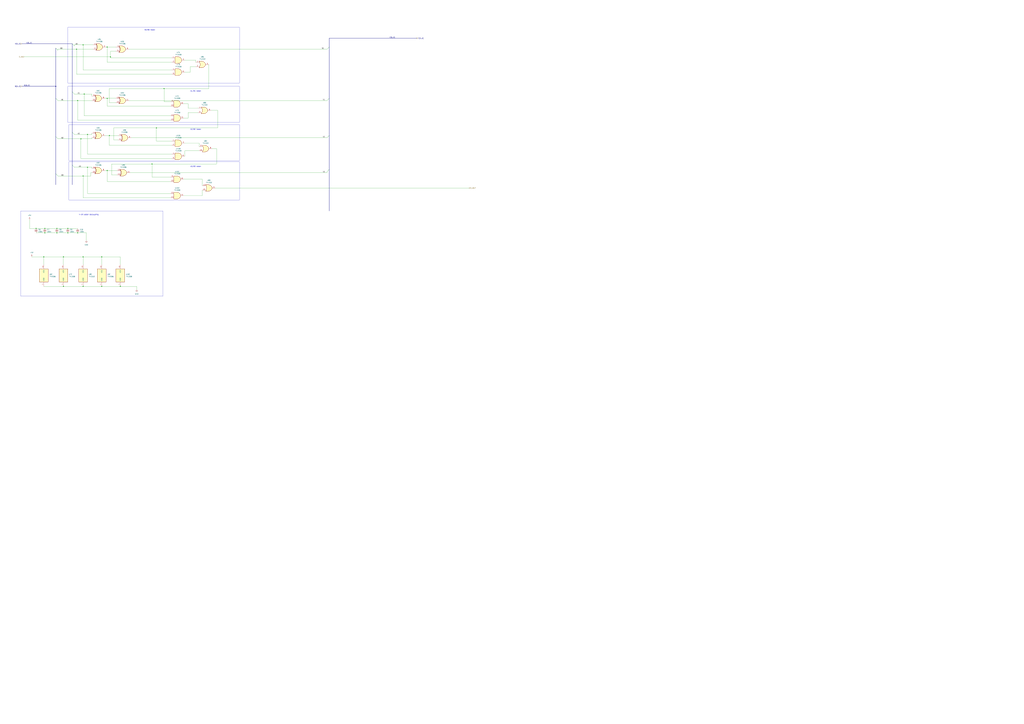
<source format=kicad_sch>
(kicad_sch (version 20230121) (generator eeschema)
  (paper "A0")
  (lib_symbols
    (symbol "74xx:74HC86" (pin_names (offset 1.016))
      (property "Reference" "U" (at 0 1.27 0))
      (property "Value" "74HC86" (at 0 -1.27 0))
      (symbol "74HC86_1_0"
        (arc (start -4.4196 -3.81) (mid -3.2033 0) (end -4.4196 3.81) (stroke (width 0.254)))
        (arc (start -3.81 -3.81) (mid -2.589 0) (end -3.81 3.81) (stroke (width 0.254)))
        (arc (start -0.6096 -3.81) (mid 2.1842 -2.5851) (end 3.81 0) (stroke (width 0.254)) (fill (type background)))
        (polyline (pts (xy -3.81 -3.81) (xy -0.635 -3.81)) (stroke (width 0.254)) (fill (type background)))
        (polyline (pts (xy -3.81 3.81) (xy -0.635 3.81)) (stroke (width 0.254)) (fill (type background)))
        (polyline (pts (xy -0.635 3.81) (xy -3.81 3.81) (xy -3.81 3.81) (xy -3.556 3.4036) (xy -3.0226 2.2606) (xy -2.6924 1.0414) (xy -2.6162 -0.254) (xy -2.7686 -1.4986) (xy -3.175 -2.7178) (xy -3.81 -3.81) (xy -3.81 -3.81) (xy -0.635 -3.81)) (stroke (width -25.4)) (fill (type background)))
        (arc (start 3.81 0) (mid 2.1915 2.5936) (end -0.6096 3.81) (stroke (width 0.254)) (fill (type background)))
        (pin input line (at -7.62 2.54 0) (length 4.445) (name "~") (number "1"))
        (pin input line (at -7.62 -2.54 0) (length 4.445) (name "~") (number "2"))
        (pin output line (at 7.62 0 180) (length 3.81) (name "~") (number "3"))
      )
      (symbol "74HC86_1_1"
        (polyline (pts (xy -3.81 -2.54) (xy -3.175 -2.54)) (stroke (width 0.1524)))
        (polyline (pts (xy -3.81 2.54) (xy -3.175 2.54)) (stroke (width 0.1524)))
      )
      (symbol "74HC86_2_0"
        (arc (start -4.4196 -3.81) (mid -3.2033 0) (end -4.4196 3.81) (stroke (width 0.254)))
        (arc (start -3.81 -3.81) (mid -2.589 0) (end -3.81 3.81) (stroke (width 0.254)))
        (arc (start -0.6096 -3.81) (mid 2.1842 -2.5851) (end 3.81 0) (stroke (width 0.254)) (fill (type background)))
        (polyline (pts (xy -3.81 -3.81) (xy -0.635 -3.81)) (stroke (width 0.254)) (fill (type background)))
        (polyline (pts (xy -3.81 3.81) (xy -0.635 3.81)) (stroke (width 0.254)) (fill (type background)))
        (polyline (pts (xy -0.635 3.81) (xy -3.81 3.81) (xy -3.81 3.81) (xy -3.556 3.4036) (xy -3.0226 2.2606) (xy -2.6924 1.0414) (xy -2.6162 -0.254) (xy -2.7686 -1.4986) (xy -3.175 -2.7178) (xy -3.81 -3.81) (xy -3.81 -3.81) (xy -0.635 -3.81)) (stroke (width -25.4)) (fill (type background)))
        (arc (start 3.81 0) (mid 2.1915 2.5936) (end -0.6096 3.81) (stroke (width 0.254)) (fill (type background)))
        (pin input line (at -7.62 2.54 0) (length 4.445) (name "~") (number "4"))
        (pin input line (at -7.62 -2.54 0) (length 4.445) (name "~") (number "5"))
        (pin output line (at 7.62 0 180) (length 3.81) (name "~") (number "6"))
      )
      (symbol "74HC86_2_1"
        (polyline (pts (xy -3.81 -2.54) (xy -3.175 -2.54)) (stroke (width 0.1524)))
        (polyline (pts (xy -3.81 2.54) (xy -3.175 2.54)) (stroke (width 0.1524)))
      )
      (symbol "74HC86_3_0"
        (arc (start -4.4196 -3.81) (mid -3.2033 0) (end -4.4196 3.81) (stroke (width 0.254)))
        (arc (start -3.81 -3.81) (mid -2.589 0) (end -3.81 3.81) (stroke (width 0.254)))
        (arc (start -0.6096 -3.81) (mid 2.1842 -2.5851) (end 3.81 0) (stroke (width 0.254)) (fill (type background)))
        (polyline (pts (xy -3.81 -3.81) (xy -0.635 -3.81)) (stroke (width 0.254)) (fill (type background)))
        (polyline (pts (xy -3.81 3.81) (xy -0.635 3.81)) (stroke (width 0.254)) (fill (type background)))
        (polyline (pts (xy -0.635 3.81) (xy -3.81 3.81) (xy -3.81 3.81) (xy -3.556 3.4036) (xy -3.0226 2.2606) (xy -2.6924 1.0414) (xy -2.6162 -0.254) (xy -2.7686 -1.4986) (xy -3.175 -2.7178) (xy -3.81 -3.81) (xy -3.81 -3.81) (xy -0.635 -3.81)) (stroke (width -25.4)) (fill (type background)))
        (arc (start 3.81 0) (mid 2.1915 2.5936) (end -0.6096 3.81) (stroke (width 0.254)) (fill (type background)))
        (pin input line (at -7.62 -2.54 0) (length 4.445) (name "~") (number "10"))
        (pin output line (at 7.62 0 180) (length 3.81) (name "~") (number "8"))
        (pin input line (at -7.62 2.54 0) (length 4.445) (name "~") (number "9"))
      )
      (symbol "74HC86_3_1"
        (polyline (pts (xy -3.81 -2.54) (xy -3.175 -2.54)) (stroke (width 0.1524)))
        (polyline (pts (xy -3.81 2.54) (xy -3.175 2.54)) (stroke (width 0.1524)))
      )
      (symbol "74HC86_4_0"
        (arc (start -4.4196 -3.81) (mid -3.2033 0) (end -4.4196 3.81) (stroke (width 0.254)))
        (arc (start -3.81 -3.81) (mid -2.589 0) (end -3.81 3.81) (stroke (width 0.254)))
        (arc (start -0.6096 -3.81) (mid 2.1842 -2.5851) (end 3.81 0) (stroke (width 0.254)) (fill (type background)))
        (polyline (pts (xy -3.81 -3.81) (xy -0.635 -3.81)) (stroke (width 0.254)) (fill (type background)))
        (polyline (pts (xy -3.81 3.81) (xy -0.635 3.81)) (stroke (width 0.254)) (fill (type background)))
        (polyline (pts (xy -0.635 3.81) (xy -3.81 3.81) (xy -3.81 3.81) (xy -3.556 3.4036) (xy -3.0226 2.2606) (xy -2.6924 1.0414) (xy -2.6162 -0.254) (xy -2.7686 -1.4986) (xy -3.175 -2.7178) (xy -3.81 -3.81) (xy -3.81 -3.81) (xy -0.635 -3.81)) (stroke (width -25.4)) (fill (type background)))
        (arc (start 3.81 0) (mid 2.1915 2.5936) (end -0.6096 3.81) (stroke (width 0.254)) (fill (type background)))
        (pin output line (at 7.62 0 180) (length 3.81) (name "~") (number "11"))
        (pin input line (at -7.62 2.54 0) (length 4.445) (name "~") (number "12"))
        (pin input line (at -7.62 -2.54 0) (length 4.445) (name "~") (number "13"))
      )
      (symbol "74HC86_4_1"
        (polyline (pts (xy -3.81 -2.54) (xy -3.175 -2.54)) (stroke (width 0.1524)))
        (polyline (pts (xy -3.81 2.54) (xy -3.175 2.54)) (stroke (width 0.1524)))
      )
      (symbol "74HC86_5_0"
        (pin power_in line (at 0 12.7 270) (length 5.08) (name "VCC") (number "14"))
        (pin power_in line (at 0 -12.7 90) (length 5.08) (name "GND") (number "7"))
      )
      (symbol "74HC86_5_1"
        (rectangle (start -5.08 7.62) (end 5.08 -7.62) (stroke (width 0.254)) (fill (type background)))
      )
    )
    (symbol "74xx:74LS08" (pin_names (offset 1.016))
      (property "Reference" "U" (at 0 1.27 0))
      (property "Value" "74LS08" (at 0 -1.27 0))
      (symbol "74LS08_1_1"
        (arc (start 0 -3.81) (mid 3.7934 0) (end 0 3.81) (stroke (width 0.254)) (fill (type background)))
        (polyline (pts (xy 0 3.81) (xy -3.81 3.81) (xy -3.81 -3.81) (xy 0 -3.81)) (stroke (width 0.254)) (fill (type background)))
        (pin input line (at -7.62 2.54 0) (length 3.81) (name "~") (number "1"))
        (pin input line (at -7.62 -2.54 0) (length 3.81) (name "~") (number "2"))
        (pin output line (at 7.62 0 180) (length 3.81) (name "~") (number "3"))
      )
      (symbol "74LS08_1_2"
        (arc (start -3.81 -3.81) (mid -2.589 0) (end -3.81 3.81) (stroke (width 0.254)))
        (arc (start -0.6096 -3.81) (mid 2.1842 -2.5851) (end 3.81 0) (stroke (width 0.254)) (fill (type background)))
        (polyline (pts (xy -3.81 -3.81) (xy -0.635 -3.81)) (stroke (width 0.254)) (fill (type background)))
        (polyline (pts (xy -3.81 3.81) (xy -0.635 3.81)) (stroke (width 0.254)) (fill (type background)))
        (polyline (pts (xy -0.635 3.81) (xy -3.81 3.81) (xy -3.81 3.81) (xy -3.556 3.4036) (xy -3.0226 2.2606) (xy -2.6924 1.0414) (xy -2.6162 -0.254) (xy -2.7686 -1.4986) (xy -3.175 -2.7178) (xy -3.81 -3.81) (xy -3.81 -3.81) (xy -0.635 -3.81)) (stroke (width -25.4)) (fill (type background)))
        (arc (start 3.81 0) (mid 2.1915 2.5936) (end -0.6096 3.81) (stroke (width 0.254)) (fill (type background)))
        (pin input inverted (at -7.62 2.54 0) (length 4.318) (name "~") (number "1"))
        (pin input inverted (at -7.62 -2.54 0) (length 4.318) (name "~") (number "2"))
        (pin output inverted (at 7.62 0 180) (length 3.81) (name "~") (number "3"))
      )
      (symbol "74LS08_2_1"
        (arc (start 0 -3.81) (mid 3.7934 0) (end 0 3.81) (stroke (width 0.254)) (fill (type background)))
        (polyline (pts (xy 0 3.81) (xy -3.81 3.81) (xy -3.81 -3.81) (xy 0 -3.81)) (stroke (width 0.254)) (fill (type background)))
        (pin input line (at -7.62 2.54 0) (length 3.81) (name "~") (number "4"))
        (pin input line (at -7.62 -2.54 0) (length 3.81) (name "~") (number "5"))
        (pin output line (at 7.62 0 180) (length 3.81) (name "~") (number "6"))
      )
      (symbol "74LS08_2_2"
        (arc (start -3.81 -3.81) (mid -2.589 0) (end -3.81 3.81) (stroke (width 0.254)))
        (arc (start -0.6096 -3.81) (mid 2.1842 -2.5851) (end 3.81 0) (stroke (width 0.254)) (fill (type background)))
        (polyline (pts (xy -3.81 -3.81) (xy -0.635 -3.81)) (stroke (width 0.254)) (fill (type background)))
        (polyline (pts (xy -3.81 3.81) (xy -0.635 3.81)) (stroke (width 0.254)) (fill (type background)))
        (polyline (pts (xy -0.635 3.81) (xy -3.81 3.81) (xy -3.81 3.81) (xy -3.556 3.4036) (xy -3.0226 2.2606) (xy -2.6924 1.0414) (xy -2.6162 -0.254) (xy -2.7686 -1.4986) (xy -3.175 -2.7178) (xy -3.81 -3.81) (xy -3.81 -3.81) (xy -0.635 -3.81)) (stroke (width -25.4)) (fill (type background)))
        (arc (start 3.81 0) (mid 2.1915 2.5936) (end -0.6096 3.81) (stroke (width 0.254)) (fill (type background)))
        (pin input inverted (at -7.62 2.54 0) (length 4.318) (name "~") (number "4"))
        (pin input inverted (at -7.62 -2.54 0) (length 4.318) (name "~") (number "5"))
        (pin output inverted (at 7.62 0 180) (length 3.81) (name "~") (number "6"))
      )
      (symbol "74LS08_3_1"
        (arc (start 0 -3.81) (mid 3.7934 0) (end 0 3.81) (stroke (width 0.254)) (fill (type background)))
        (polyline (pts (xy 0 3.81) (xy -3.81 3.81) (xy -3.81 -3.81) (xy 0 -3.81)) (stroke (width 0.254)) (fill (type background)))
        (pin input line (at -7.62 -2.54 0) (length 3.81) (name "~") (number "10"))
        (pin output line (at 7.62 0 180) (length 3.81) (name "~") (number "8"))
        (pin input line (at -7.62 2.54 0) (length 3.81) (name "~") (number "9"))
      )
      (symbol "74LS08_3_2"
        (arc (start -3.81 -3.81) (mid -2.589 0) (end -3.81 3.81) (stroke (width 0.254)))
        (arc (start -0.6096 -3.81) (mid 2.1842 -2.5851) (end 3.81 0) (stroke (width 0.254)) (fill (type background)))
        (polyline (pts (xy -3.81 -3.81) (xy -0.635 -3.81)) (stroke (width 0.254)) (fill (type background)))
        (polyline (pts (xy -3.81 3.81) (xy -0.635 3.81)) (stroke (width 0.254)) (fill (type background)))
        (polyline (pts (xy -0.635 3.81) (xy -3.81 3.81) (xy -3.81 3.81) (xy -3.556 3.4036) (xy -3.0226 2.2606) (xy -2.6924 1.0414) (xy -2.6162 -0.254) (xy -2.7686 -1.4986) (xy -3.175 -2.7178) (xy -3.81 -3.81) (xy -3.81 -3.81) (xy -0.635 -3.81)) (stroke (width -25.4)) (fill (type background)))
        (arc (start 3.81 0) (mid 2.1915 2.5936) (end -0.6096 3.81) (stroke (width 0.254)) (fill (type background)))
        (pin input inverted (at -7.62 -2.54 0) (length 4.318) (name "~") (number "10"))
        (pin output inverted (at 7.62 0 180) (length 3.81) (name "~") (number "8"))
        (pin input inverted (at -7.62 2.54 0) (length 4.318) (name "~") (number "9"))
      )
      (symbol "74LS08_4_1"
        (arc (start 0 -3.81) (mid 3.7934 0) (end 0 3.81) (stroke (width 0.254)) (fill (type background)))
        (polyline (pts (xy 0 3.81) (xy -3.81 3.81) (xy -3.81 -3.81) (xy 0 -3.81)) (stroke (width 0.254)) (fill (type background)))
        (pin output line (at 7.62 0 180) (length 3.81) (name "~") (number "11"))
        (pin input line (at -7.62 2.54 0) (length 3.81) (name "~") (number "12"))
        (pin input line (at -7.62 -2.54 0) (length 3.81) (name "~") (number "13"))
      )
      (symbol "74LS08_4_2"
        (arc (start -3.81 -3.81) (mid -2.589 0) (end -3.81 3.81) (stroke (width 0.254)))
        (arc (start -0.6096 -3.81) (mid 2.1842 -2.5851) (end 3.81 0) (stroke (width 0.254)) (fill (type background)))
        (polyline (pts (xy -3.81 -3.81) (xy -0.635 -3.81)) (stroke (width 0.254)) (fill (type background)))
        (polyline (pts (xy -3.81 3.81) (xy -0.635 3.81)) (stroke (width 0.254)) (fill (type background)))
        (polyline (pts (xy -0.635 3.81) (xy -3.81 3.81) (xy -3.81 3.81) (xy -3.556 3.4036) (xy -3.0226 2.2606) (xy -2.6924 1.0414) (xy -2.6162 -0.254) (xy -2.7686 -1.4986) (xy -3.175 -2.7178) (xy -3.81 -3.81) (xy -3.81 -3.81) (xy -0.635 -3.81)) (stroke (width -25.4)) (fill (type background)))
        (arc (start 3.81 0) (mid 2.1915 2.5936) (end -0.6096 3.81) (stroke (width 0.254)) (fill (type background)))
        (pin output inverted (at 7.62 0 180) (length 3.81) (name "~") (number "11"))
        (pin input inverted (at -7.62 2.54 0) (length 4.318) (name "~") (number "12"))
        (pin input inverted (at -7.62 -2.54 0) (length 4.318) (name "~") (number "13"))
      )
      (symbol "74LS08_5_0"
        (pin power_in line (at 0 12.7 270) (length 5.08) (name "VCC") (number "14"))
        (pin power_in line (at 0 -12.7 90) (length 5.08) (name "GND") (number "7"))
      )
      (symbol "74LS08_5_1"
        (rectangle (start -5.08 7.62) (end 5.08 -7.62) (stroke (width 0.254)) (fill (type background)))
      )
    )
    (symbol "74xx:74LS32" (pin_names (offset 1.016))
      (property "Reference" "U" (at 0 1.27 0))
      (property "Value" "74LS32" (at 0 -1.27 0))
      (symbol "74LS32_1_1"
        (arc (start -3.81 -3.81) (mid -2.589 0) (end -3.81 3.81) (stroke (width 0.254)))
        (arc (start -0.6096 -3.81) (mid 2.1842 -2.5851) (end 3.81 0) (stroke (width 0.254)) (fill (type background)))
        (polyline (pts (xy -3.81 -3.81) (xy -0.635 -3.81)) (stroke (width 0.254)) (fill (type background)))
        (polyline (pts (xy -3.81 3.81) (xy -0.635 3.81)) (stroke (width 0.254)) (fill (type background)))
        (polyline (pts (xy -0.635 3.81) (xy -3.81 3.81) (xy -3.81 3.81) (xy -3.556 3.4036) (xy -3.0226 2.2606) (xy -2.6924 1.0414) (xy -2.6162 -0.254) (xy -2.7686 -1.4986) (xy -3.175 -2.7178) (xy -3.81 -3.81) (xy -3.81 -3.81) (xy -0.635 -3.81)) (stroke (width -25.4)) (fill (type background)))
        (arc (start 3.81 0) (mid 2.1915 2.5936) (end -0.6096 3.81) (stroke (width 0.254)) (fill (type background)))
        (pin input line (at -7.62 2.54 0) (length 4.318) (name "~") (number "1"))
        (pin input line (at -7.62 -2.54 0) (length 4.318) (name "~") (number "2"))
        (pin output line (at 7.62 0 180) (length 3.81) (name "~") (number "3"))
      )
      (symbol "74LS32_1_2"
        (arc (start 0 -3.81) (mid 3.7934 0) (end 0 3.81) (stroke (width 0.254)) (fill (type background)))
        (polyline (pts (xy 0 3.81) (xy -3.81 3.81) (xy -3.81 -3.81) (xy 0 -3.81)) (stroke (width 0.254)) (fill (type background)))
        (pin input inverted (at -7.62 2.54 0) (length 3.81) (name "~") (number "1"))
        (pin input inverted (at -7.62 -2.54 0) (length 3.81) (name "~") (number "2"))
        (pin output inverted (at 7.62 0 180) (length 3.81) (name "~") (number "3"))
      )
      (symbol "74LS32_2_1"
        (arc (start -3.81 -3.81) (mid -2.589 0) (end -3.81 3.81) (stroke (width 0.254)))
        (arc (start -0.6096 -3.81) (mid 2.1842 -2.5851) (end 3.81 0) (stroke (width 0.254)) (fill (type background)))
        (polyline (pts (xy -3.81 -3.81) (xy -0.635 -3.81)) (stroke (width 0.254)) (fill (type background)))
        (polyline (pts (xy -3.81 3.81) (xy -0.635 3.81)) (stroke (width 0.254)) (fill (type background)))
        (polyline (pts (xy -0.635 3.81) (xy -3.81 3.81) (xy -3.81 3.81) (xy -3.556 3.4036) (xy -3.0226 2.2606) (xy -2.6924 1.0414) (xy -2.6162 -0.254) (xy -2.7686 -1.4986) (xy -3.175 -2.7178) (xy -3.81 -3.81) (xy -3.81 -3.81) (xy -0.635 -3.81)) (stroke (width -25.4)) (fill (type background)))
        (arc (start 3.81 0) (mid 2.1915 2.5936) (end -0.6096 3.81) (stroke (width 0.254)) (fill (type background)))
        (pin input line (at -7.62 2.54 0) (length 4.318) (name "~") (number "4"))
        (pin input line (at -7.62 -2.54 0) (length 4.318) (name "~") (number "5"))
        (pin output line (at 7.62 0 180) (length 3.81) (name "~") (number "6"))
      )
      (symbol "74LS32_2_2"
        (arc (start 0 -3.81) (mid 3.7934 0) (end 0 3.81) (stroke (width 0.254)) (fill (type background)))
        (polyline (pts (xy 0 3.81) (xy -3.81 3.81) (xy -3.81 -3.81) (xy 0 -3.81)) (stroke (width 0.254)) (fill (type background)))
        (pin input inverted (at -7.62 2.54 0) (length 3.81) (name "~") (number "4"))
        (pin input inverted (at -7.62 -2.54 0) (length 3.81) (name "~") (number "5"))
        (pin output inverted (at 7.62 0 180) (length 3.81) (name "~") (number "6"))
      )
      (symbol "74LS32_3_1"
        (arc (start -3.81 -3.81) (mid -2.589 0) (end -3.81 3.81) (stroke (width 0.254)))
        (arc (start -0.6096 -3.81) (mid 2.1842 -2.5851) (end 3.81 0) (stroke (width 0.254)) (fill (type background)))
        (polyline (pts (xy -3.81 -3.81) (xy -0.635 -3.81)) (stroke (width 0.254)) (fill (type background)))
        (polyline (pts (xy -3.81 3.81) (xy -0.635 3.81)) (stroke (width 0.254)) (fill (type background)))
        (polyline (pts (xy -0.635 3.81) (xy -3.81 3.81) (xy -3.81 3.81) (xy -3.556 3.4036) (xy -3.0226 2.2606) (xy -2.6924 1.0414) (xy -2.6162 -0.254) (xy -2.7686 -1.4986) (xy -3.175 -2.7178) (xy -3.81 -3.81) (xy -3.81 -3.81) (xy -0.635 -3.81)) (stroke (width -25.4)) (fill (type background)))
        (arc (start 3.81 0) (mid 2.1915 2.5936) (end -0.6096 3.81) (stroke (width 0.254)) (fill (type background)))
        (pin input line (at -7.62 -2.54 0) (length 4.318) (name "~") (number "10"))
        (pin output line (at 7.62 0 180) (length 3.81) (name "~") (number "8"))
        (pin input line (at -7.62 2.54 0) (length 4.318) (name "~") (number "9"))
      )
      (symbol "74LS32_3_2"
        (arc (start 0 -3.81) (mid 3.7934 0) (end 0 3.81) (stroke (width 0.254)) (fill (type background)))
        (polyline (pts (xy 0 3.81) (xy -3.81 3.81) (xy -3.81 -3.81) (xy 0 -3.81)) (stroke (width 0.254)) (fill (type background)))
        (pin input inverted (at -7.62 -2.54 0) (length 3.81) (name "~") (number "10"))
        (pin output inverted (at 7.62 0 180) (length 3.81) (name "~") (number "8"))
        (pin input inverted (at -7.62 2.54 0) (length 3.81) (name "~") (number "9"))
      )
      (symbol "74LS32_4_1"
        (arc (start -3.81 -3.81) (mid -2.589 0) (end -3.81 3.81) (stroke (width 0.254)))
        (arc (start -0.6096 -3.81) (mid 2.1842 -2.5851) (end 3.81 0) (stroke (width 0.254)) (fill (type background)))
        (polyline (pts (xy -3.81 -3.81) (xy -0.635 -3.81)) (stroke (width 0.254)) (fill (type background)))
        (polyline (pts (xy -3.81 3.81) (xy -0.635 3.81)) (stroke (width 0.254)) (fill (type background)))
        (polyline (pts (xy -0.635 3.81) (xy -3.81 3.81) (xy -3.81 3.81) (xy -3.556 3.4036) (xy -3.0226 2.2606) (xy -2.6924 1.0414) (xy -2.6162 -0.254) (xy -2.7686 -1.4986) (xy -3.175 -2.7178) (xy -3.81 -3.81) (xy -3.81 -3.81) (xy -0.635 -3.81)) (stroke (width -25.4)) (fill (type background)))
        (arc (start 3.81 0) (mid 2.1915 2.5936) (end -0.6096 3.81) (stroke (width 0.254)) (fill (type background)))
        (pin output line (at 7.62 0 180) (length 3.81) (name "~") (number "11"))
        (pin input line (at -7.62 2.54 0) (length 4.318) (name "~") (number "12"))
        (pin input line (at -7.62 -2.54 0) (length 4.318) (name "~") (number "13"))
      )
      (symbol "74LS32_4_2"
        (arc (start 0 -3.81) (mid 3.7934 0) (end 0 3.81) (stroke (width 0.254)) (fill (type background)))
        (polyline (pts (xy 0 3.81) (xy -3.81 3.81) (xy -3.81 -3.81) (xy 0 -3.81)) (stroke (width 0.254)) (fill (type background)))
        (pin output inverted (at 7.62 0 180) (length 3.81) (name "~") (number "11"))
        (pin input inverted (at -7.62 2.54 0) (length 3.81) (name "~") (number "12"))
        (pin input inverted (at -7.62 -2.54 0) (length 3.81) (name "~") (number "13"))
      )
      (symbol "74LS32_5_0"
        (pin power_in line (at 0 12.7 270) (length 5.08) (name "VCC") (number "14"))
        (pin power_in line (at 0 -12.7 90) (length 5.08) (name "GND") (number "7"))
      )
      (symbol "74LS32_5_1"
        (rectangle (start -5.08 7.62) (end 5.08 -7.62) (stroke (width 0.254)) (fill (type background)))
      )
    )
    (symbol "Device:C_Small" (pin_numbers hide) (pin_names (offset 0.254) hide)
      (property "Reference" "C" (at 0.254 1.778 0))
      (property "Value" "C_Small" (at 0.254 -2.032 0))
      (symbol "C_Small_0_1"
        (polyline (pts (xy -1.524 -0.508) (xy 1.524 -0.508)) (stroke (width 0.3302)))
        (polyline (pts (xy -1.524 0.508) (xy 1.524 0.508)) (stroke (width 0.3048)))
      )
      (symbol "C_Small_1_1"
        (pin passive line (at 0 2.54 270) (length 2.032) (name "~") (number "1"))
        (pin passive line (at 0 -2.54 90) (length 2.032) (name "~") (number "2"))
      )
    )
    (symbol "power:+5V" (power) (pin_names (offset 0))
      (property "Value" "+5V" (at 0 3.556 0))
      (symbol "+5V_0_1"
        (polyline (pts (xy -0.762 1.27) (xy 0 2.54)))
        (polyline (pts (xy 0 0) (xy 0 2.54)))
        (polyline (pts (xy 0 2.54) (xy 0.762 1.27)))
      )
      (symbol "+5V_1_1"
        (pin power_in line (at 0 0 90) (length 0) hide (name "+5V") (number "1"))
      )
    )
    (symbol "power:GND" (power) (pin_names (offset 0))
      (property "Value" "GND" (at 0 -3.81 0))
      (symbol "GND_0_1"
        (polyline (pts (xy 0 0) (xy 0 -1.27) (xy 1.27 -1.27) (xy 0 -2.54) (xy -1.27 -1.27) (xy 0 -1.27)))
      )
      (symbol "GND_1_1"
        (pin power_in line (at 0 0 270) (length 0) hide (name "GND") (number "1"))
      )
    )
  )
  (junction (at 176.53 190.5))
  (junction (at 101.6 156.21))
  (junction (at 127 157.48))
  (junction (at 139.7 332.74))
  (junction (at 190.5 102.87))
  (junction (at 73.66 332.74))
  (junction (at 101.6 194.31))
  (junction (at 52.07 265.43))
  (junction (at 118.11 298.45))
  (junction (at 64.77 100.33))
  (junction (at 118.11 332.74))
  (junction (at 78.74 265.43))
  (junction (at 78.74 270.51))
  (junction (at 93.98 161.29))
  (junction (at 66.04 270.51))
  (junction (at 96.52 204.47))
  (junction (at 96.52 52.07))
  (junction (at 66.04 265.43))
  (junction (at 73.66 298.45))
  (junction (at 88.9 57.15))
  (junction (at 181.61 148.59))
  (junction (at 41.91 265.43))
  (junction (at 124.46 198.12))
  (junction (at 52.07 270.51))
  (junction (at 97.79 109.22))
  (junction (at 90.17 270.51))
  (junction (at 96.52 298.45))
  (junction (at 128.27 66.04))
  (junction (at 124.46 54.61))
  (junction (at 50.8 298.45))
  (junction (at 124.46 114.3))
  (junction (at 90.17 116.84))
  (junction (at 96.52 332.74))
  (bus_entry (at 83.82 153.67) (size 2.54 2.54))
  (bus_entry (at 379.73 199.39) (size 2.54 -2.54))
  (bus_entry (at 64.77 158.75) (size 2.54 2.54))
  (bus_entry (at 83.82 50.8) (size 2.54 2.54))
  (bus_entry (at 83.82 106.68) (size 2.54 2.54))
  (bus_entry (at 64.77 201.93) (size 2.54 2.54))
  (bus_entry (at 64.77 114.3) (size 2.54 2.54))
  (bus_entry (at 64.77 55.88) (size 2.54 2.54))
  (bus_entry (at 379.73 57.15) (size 2.54 -2.54))
  (bus_entry (at 379.73 160.02) (size 2.54 -2.54))
  (bus_entry (at 379.73 116.84) (size 2.54 -2.54))
  (bus_entry (at 83.82 191.77) (size 2.54 2.54))
  (wire (pts (xy 36.83 298.45) (xy 50.8 298.45)))
  (wire (pts (xy 231.14 170.18) (xy 231.14 166.37)))
  (wire (pts (xy 100.33 270.51) (xy 100.33 279.4)))
  (wire (pts (xy 90.17 270.51) (xy 100.33 270.51)))
  (wire (pts (xy 176.53 205.74) (xy 176.53 190.5)))
  (bus (pts (xy 64.77 55.88) (xy 64.77 100.33)))
  (wire (pts (xy 107.95 57.15) (xy 88.9 57.15)))
  (wire (pts (xy 86.36 156.21) (xy 101.6 156.21)))
  (wire (pts (xy 101.6 194.31) (xy 106.68 194.31)))
  (wire (pts (xy 149.86 116.84) (xy 379.73 116.84)))
  (bus (pts (xy 83.82 106.68) (xy 83.82 153.67)))
  (wire (pts (xy 88.9 57.15) (xy 67.31 57.15)))
  (wire (pts (xy 118.11 332.74) (xy 139.7 332.74)))
  (wire (pts (xy 129.54 203.2) (xy 135.89 203.2)))
  (wire (pts (xy 218.44 120.65) (xy 218.44 125.73)))
  (wire (pts (xy 124.46 54.61) (xy 134.62 54.61)))
  (bus (pts (xy 64.77 100.33) (xy 64.77 114.3)))
  (wire (pts (xy 97.79 109.22) (xy 106.68 109.22)))
  (wire (pts (xy 123.19 54.61) (xy 124.46 54.61)))
  (wire (pts (xy 96.52 298.45) (xy 96.52 307.34)))
  (wire (pts (xy 139.7 332.74) (xy 158.75 332.74)))
  (wire (pts (xy 199.39 81.28) (xy 96.52 81.28)))
  (bus (pts (xy 25.4 100.33) (xy 64.77 100.33)))
  (bus (pts (xy 483.87 44.45) (xy 382.27 44.45)))
  (bus (pts (xy 83.82 50.8) (xy 83.82 106.68)))
  (wire (pts (xy 198.12 210.82) (xy 124.46 210.82)))
  (wire (pts (xy 214.63 181.61) (xy 214.63 175.26)))
  (wire (pts (xy 93.98 161.29) (xy 93.98 184.15)))
  (wire (pts (xy 231.14 166.37) (xy 214.63 166.37)))
  (bus (pts (xy 64.77 201.93) (xy 64.77 214.63)))
  (wire (pts (xy 242.57 74.93) (xy 242.57 102.87)))
  (wire (pts (xy 190.5 102.87) (xy 190.5 118.11)))
  (wire (pts (xy 213.36 208.28) (xy 234.95 208.28)))
  (wire (pts (xy 218.44 137.16) (xy 218.44 130.81)))
  (wire (pts (xy 218.44 130.81) (xy 229.87 130.81)))
  (wire (pts (xy 124.46 123.19) (xy 124.46 114.3)))
  (wire (pts (xy 97.79 134.62) (xy 97.79 109.22)))
  (wire (pts (xy 251.46 172.72) (xy 251.46 190.5)))
  (bus (pts (xy 64.77 158.75) (xy 64.77 201.93)))
  (wire (pts (xy 105.41 200.66) (xy 106.68 200.66)))
  (wire (pts (xy 213.36 227.33) (xy 234.95 227.33)))
  (wire (pts (xy 121.92 114.3) (xy 124.46 114.3)))
  (wire (pts (xy 132.08 148.59) (xy 132.08 162.56)))
  (wire (pts (xy 234.95 227.33) (xy 234.95 220.98)))
  (wire (pts (xy 152.4 160.02) (xy 379.73 160.02)))
  (wire (pts (xy 50.8 298.45) (xy 73.66 298.45)))
  (wire (pts (xy 199.39 67.31) (xy 128.27 67.31)))
  (wire (pts (xy 213.36 137.16) (xy 218.44 137.16)))
  (bus (pts (xy 382.27 114.3) (xy 382.27 157.48)))
  (wire (pts (xy 90.17 116.84) (xy 106.68 116.84)))
  (wire (pts (xy 101.6 179.07) (xy 101.6 156.21)))
  (wire (pts (xy 107.95 52.07) (xy 96.52 52.07)))
  (wire (pts (xy 379.73 200.66) (xy 379.73 199.39)))
  (wire (pts (xy 181.61 148.59) (xy 132.08 148.59)))
  (wire (pts (xy 101.6 156.21) (xy 106.68 156.21)))
  (wire (pts (xy 199.39 179.07) (xy 101.6 179.07)))
  (wire (pts (xy 128.27 67.31) (xy 128.27 66.04)))
  (wire (pts (xy 127 168.91) (xy 127 157.48)))
  (wire (pts (xy 41.91 270.51) (xy 52.07 270.51)))
  (wire (pts (xy 96.52 81.28) (xy 96.52 52.07)))
  (wire (pts (xy 67.31 161.29) (xy 93.98 161.29)))
  (wire (pts (xy 124.46 72.39) (xy 124.46 54.61)))
  (wire (pts (xy 139.7 332.74) (xy 139.7 331.47)))
  (wire (pts (xy 96.52 204.47) (xy 105.41 204.47)))
  (wire (pts (xy 227.33 69.85) (xy 227.33 72.39)))
  (wire (pts (xy 50.8 332.74) (xy 73.66 332.74)))
  (wire (pts (xy 139.7 298.45) (xy 139.7 307.34)))
  (wire (pts (xy 220.98 83.82) (xy 220.98 77.47)))
  (wire (pts (xy 214.63 83.82) (xy 220.98 83.82)))
  (wire (pts (xy 234.95 208.28) (xy 234.95 215.9)))
  (wire (pts (xy 96.52 204.47) (xy 96.52 229.87)))
  (wire (pts (xy 198.12 139.7) (xy 90.17 139.7)))
  (wire (pts (xy 220.98 77.47) (xy 227.33 77.47)))
  (wire (pts (xy 67.31 116.84) (xy 90.17 116.84)))
  (bus (pts (xy 64.77 114.3) (xy 64.77 158.75)))
  (wire (pts (xy 199.39 184.15) (xy 93.98 184.15)))
  (wire (pts (xy 106.68 161.29) (xy 106.68 160.02)))
  (bus (pts (xy 382.27 157.48) (xy 382.27 196.85)))
  (wire (pts (xy 198.12 134.62) (xy 97.79 134.62)))
  (wire (pts (xy 252.73 148.59) (xy 181.61 148.59)))
  (wire (pts (xy 118.11 298.45) (xy 139.7 298.45)))
  (wire (pts (xy 52.07 265.43) (xy 66.04 265.43)))
  (wire (pts (xy 27.94 66.04) (xy 128.27 66.04)))
  (wire (pts (xy 34.29 255.27) (xy 34.29 265.43)))
  (wire (pts (xy 78.74 265.43) (xy 90.17 265.43)))
  (wire (pts (xy 86.36 52.07) (xy 86.36 53.34)))
  (wire (pts (xy 218.44 125.73) (xy 229.87 125.73)))
  (wire (pts (xy 245.11 128.27) (xy 252.73 128.27)))
  (wire (pts (xy 198.12 118.11) (xy 190.5 118.11)))
  (wire (pts (xy 198.12 224.79) (xy 101.6 224.79)))
  (wire (pts (xy 129.54 190.5) (xy 129.54 203.2)))
  (wire (pts (xy 105.41 204.47) (xy 105.41 200.66)))
  (wire (pts (xy 73.66 298.45) (xy 73.66 307.34)))
  (wire (pts (xy 52.07 270.51) (xy 66.04 270.51)))
  (wire (pts (xy 198.12 123.19) (xy 124.46 123.19)))
  (wire (pts (xy 242.57 102.87) (xy 190.5 102.87)))
  (wire (pts (xy 50.8 298.45) (xy 50.8 307.34)))
  (wire (pts (xy 86.36 194.31) (xy 101.6 194.31)))
  (wire (pts (xy 124.46 198.12) (xy 135.89 198.12)))
  (wire (pts (xy 213.36 120.65) (xy 218.44 120.65)))
  (wire (pts (xy 121.92 157.48) (xy 127 157.48)))
  (wire (pts (xy 176.53 190.5) (xy 129.54 190.5)))
  (wire (pts (xy 199.39 168.91) (xy 127 168.91)))
  (wire (pts (xy 149.86 57.15) (xy 379.73 57.15)))
  (wire (pts (xy 101.6 224.79) (xy 101.6 194.31)))
  (wire (pts (xy 86.36 109.22) (xy 97.79 109.22)))
  (bus (pts (xy 382.27 44.45) (xy 382.27 54.61)))
  (wire (pts (xy 127 102.87) (xy 127 119.38)))
  (wire (pts (xy 118.11 298.45) (xy 118.11 307.34)))
  (wire (pts (xy 96.52 298.45) (xy 118.11 298.45)))
  (wire (pts (xy 96.52 52.07) (xy 86.36 52.07)))
  (wire (pts (xy 128.27 66.04) (xy 128.27 59.69)))
  (wire (pts (xy 73.66 332.74) (xy 96.52 332.74)))
  (wire (pts (xy 199.39 86.36) (xy 88.9 86.36)))
  (wire (pts (xy 106.68 109.22) (xy 106.68 111.76)))
  (bus (pts (xy 83.82 191.77) (xy 83.82 214.63)))
  (wire (pts (xy 67.31 57.15) (xy 67.31 58.42)))
  (wire (pts (xy 158.75 332.74) (xy 158.75 336.55)))
  (wire (pts (xy 78.74 270.51) (xy 90.17 270.51)))
  (wire (pts (xy 96.52 332.74) (xy 118.11 332.74)))
  (wire (pts (xy 214.63 69.85) (xy 227.33 69.85)))
  (wire (pts (xy 151.13 200.66) (xy 379.73 200.66)))
  (wire (pts (xy 181.61 163.83) (xy 199.39 163.83)))
  (wire (pts (xy 214.63 175.26) (xy 231.14 175.26)))
  (bus (pts (xy 83.82 153.67) (xy 83.82 191.77)))
  (wire (pts (xy 90.17 139.7) (xy 90.17 116.84)))
  (wire (pts (xy 73.66 298.45) (xy 96.52 298.45)))
  (wire (pts (xy 246.38 172.72) (xy 251.46 172.72)))
  (wire (pts (xy 121.92 198.12) (xy 124.46 198.12)))
  (wire (pts (xy 128.27 59.69) (xy 134.62 59.69)))
  (wire (pts (xy 93.98 161.29) (xy 106.68 161.29)))
  (wire (pts (xy 106.68 156.21) (xy 106.68 154.94)))
  (wire (pts (xy 34.29 265.43) (xy 41.91 265.43)))
  (wire (pts (xy 190.5 102.87) (xy 127 102.87)))
  (wire (pts (xy 124.46 210.82) (xy 124.46 198.12)))
  (bus (pts (xy 382.27 54.61) (xy 382.27 114.3)))
  (wire (pts (xy 250.19 218.44) (xy 544.83 218.44)))
  (wire (pts (xy 124.46 114.3) (xy 134.62 114.3)))
  (wire (pts (xy 127 157.48) (xy 137.16 157.48)))
  (wire (pts (xy 67.31 204.47) (xy 96.52 204.47)))
  (wire (pts (xy 41.91 265.43) (xy 52.07 265.43)))
  (wire (pts (xy 96.52 229.87) (xy 198.12 229.87)))
  (wire (pts (xy 88.9 86.36) (xy 88.9 57.15)))
  (wire (pts (xy 66.04 270.51) (xy 78.74 270.51)))
  (wire (pts (xy 106.68 194.31) (xy 106.68 195.58)))
  (wire (pts (xy 132.08 162.56) (xy 137.16 162.56)))
  (wire (pts (xy 181.61 148.59) (xy 181.61 163.83)))
  (wire (pts (xy 252.73 128.27) (xy 252.73 148.59)))
  (wire (pts (xy 198.12 205.74) (xy 176.53 205.74)))
  (wire (pts (xy 127 119.38) (xy 134.62 119.38)))
  (wire (pts (xy 251.46 190.5) (xy 176.53 190.5)))
  (bus (pts (xy 382.27 196.85) (xy 382.27 245.11)))
  (wire (pts (xy 199.39 72.39) (xy 124.46 72.39)))
  (wire (pts (xy 66.04 265.43) (xy 78.74 265.43)))
  (bus (pts (xy 25.4 50.8) (xy 83.82 50.8)))
  (rectangle (start 24.13 245.11) (end 189.23 344.17))
  (rectangle (start 80.01 187.96) (end 278.13 232.41))
  (rectangle (start 78.74 100.33) (end 278.13 142.24))
  (rectangle (start 78.74 31.75) (end 278.13 96.52))
  (rectangle (start 80.01 144.78) (end 278.13 186.69))
  (text "A2/B2 Adder" (at 220.98 151.13 0) (effects (font (size 1.27 1.27)) (justify left bottom)))
  (text "A1/B1 Adder" (at 220.98 106.68 0) (effects (font (size 1.27 1.27)) (justify left bottom)))
  (text "4-bit adder decoupling" (at 91.44 250.19 0) (effects (font (size 1.27 1.27)) (justify left bottom)))
  (text "A0/B0 Adder" (at 167.64 35.56 0) (effects (font (size 1.27 1.27)) (justify left bottom)))
  (text "A3/B3 Adder" (at 220.98 194.31 0) (effects (font (size 1.27 1.27)) (justify left bottom)))
  (label "Y0" (at 373.38 57.15 0))
  (label "B3" (at 71.12 204.47 0))
  (label "A2" (at 90.17 156.21 0))
  (label "Y3" (at 374.65 200.66 0))
  (label "A3" (at 91.44 194.31 0))
  (label "A0" (at 87.63 52.07 0))
  (label "B2" (at 71.12 161.29 0))
  (label "Y[0..3]" (at 452.12 44.45 0))
  (label "B[0..3]" (at 27.94 100.33 0))
  (label "Y1" (at 374.65 116.84 0))
  (label "Y2" (at 374.65 160.02 0))
  (label "B1" (at 71.12 116.84 0))
  (label "A[0..3]" (at 30.48 50.8 0))
  (label "A1" (at 90.17 109.22 0))
  (label "B0" (at 69.85 57.15 0))
  (hierarchical_label "A[0..3]" (shape input) (at 25.4 50.8 180))
  (hierarchical_label "Y[0..3]" (shape output) (at 483.87 44.45 0))
  (hierarchical_label "C_IN" (shape input) (at 27.94 66.04 180))
  (hierarchical_label "C_OUT" (shape output) (at 544.83 218.44 0))
  (hierarchical_label "B[0..3]" (shape input) (at 25.4 100.33 180))
  (symbol (lib_id "74xx:74LS08") (at 207.01 166.37 0) (unit 1)
    (property "Reference" "U10" (at 207.0017 157.48 0))
    (property "Value" "74LS08" (at 207.0017 160.02 0))
    (property "Footprint" "Package_SO:TSSOP-14_4.4x5mm_P0.65mm" (effects hide))
    (property "Datasheet" "http://www.ti.com/lit/gpn/sn74LS08" (effects hide))
    (instances (project "alu" (path "" (reference "U10") (unit 1)) (path "" (reference "U5") (unit 1))))
  )
  (symbol (lib_id "Device:C_Small") (at 52.07 267.97 0) (unit 1)
    (property "Reference" "C7" (at 54.61 266.7063 0) (effects (justify left)))
    (property "Value" "100n" (at 54.61 269.2463 0) (effects (justify left)))
    (property "Footprint" "Capacitor_SMD:C_0402_1005Metric" (effects hide))
    (instances (project "alu" (path "" (reference "C7") (unit 1)) (path "" (reference "C2") (unit 1))))
  )
  (symbol (lib_id "Device:C_Small") (at 78.74 267.97 0) (unit 1)
    (property "Reference" "C9" (at 81.28 266.7063 0) (effects (justify left)))
    (property "Value" "100n" (at 81.28 269.2463 0) (effects (justify left)))
    (property "Footprint" "Capacitor_SMD:C_0402_1005Metric" (effects hide))
    (instances (project "alu" (path "" (reference "C9") (unit 1)) (path "" (reference "C4") (unit 1))))
  )
  (symbol (lib_id "74xx:74HC86") (at 142.24 116.84 0) (unit 4)
    (property "Reference" "U6" (at 141.9352 107.95 0))
    (property "Value" "74HC86" (at 141.9352 110.49 0))
    (property "Footprint" "Package_SO:TSSOP-14_4.4x5mm_P0.65mm" (effects hide))
    (property "Datasheet" "http://www.ti.com/lit/gpn/sn74HC86" (effects hide))
    (instances (project "alu" (path "" (reference "U6") (unit 4)) (path "" (reference "U1") (unit 4))))
  )
  (symbol (lib_id "74xx:74LS08") (at 207.01 69.85 0) (unit 1)
    (property "Reference" "U7" (at 207.0017 60.96 0))
    (property "Value" "74LS08" (at 207.0017 63.5 0))
    (property "Footprint" "Package_SO:TSSOP-14_4.4x5mm_P0.65mm" (effects hide))
    (property "Datasheet" "http://www.ti.com/lit/gpn/sn74LS08" (effects hide))
    (instances (project "alu" (path "" (reference "U7") (unit 1)) (path "" (reference "U2") (unit 1))))
  )
  (symbol (lib_id "74xx:74LS08") (at 207.01 83.82 0) (unit 2)
    (property "Reference" "U7" (at 207.0017 74.93 0))
    (property "Value" "74LS08" (at 207.0017 77.47 0))
    (property "Footprint" "Package_SO:TSSOP-14_4.4x5mm_P0.65mm" (effects hide))
    (property "Datasheet" "http://www.ti.com/lit/gpn/sn74LS08" (effects hide))
    (instances (project "alu" (path "" (reference "U7") (unit 2)) (path "" (reference "U2") (unit 2))))
  )
  (symbol (lib_id "74xx:74LS08") (at 139.7 320.04 0) (unit 5)
    (property "Reference" "U10" (at 146.05 318.77 0) (effects (justify left)))
    (property "Value" "74LS08" (at 146.05 321.31 0) (effects (justify left)))
    (property "Footprint" "Package_SO:TSSOP-14_4.4x5mm_P0.65mm" (effects hide))
    (property "Datasheet" "http://www.ti.com/lit/gpn/sn74LS08" (effects hide))
    (instances (project "alu" (path "" (reference "U10") (unit 5)) (path "" (reference "U5") (unit 5))))
  )
  (symbol (lib_id "74xx:74HC86") (at 50.8 320.04 0) (unit 5)
    (property "Reference" "U6" (at 57.15 318.77 0) (effects (justify left)))
    (property "Value" "74HC86" (at 57.15 321.31 0) (effects (justify left)))
    (property "Footprint" "Package_SO:TSSOP-14_4.4x5mm_P0.65mm" (effects hide))
    (property "Datasheet" "http://www.ti.com/lit/gpn/sn74HC86" (effects hide))
    (instances (project "alu" (path "" (reference "U6") (unit 5)) (path "" (reference "U1") (unit 5))))
  )
  (symbol (lib_id "power:+5V") (at 36.83 298.45 0) (unit 1)
    (property "Reference" "#PWR06" (effects hide))
    (property "Value" "+5V" (at 36.83 293.37 0))
    (instances (project "alu" (path "" (reference "#PWR06") (unit 1)) (path "" (reference "#PWR02") (unit 1))))
  )
  (symbol (lib_id "power:GND") (at 158.75 336.55 0) (unit 1)
    (property "Reference" "#PWR08" (effects hide))
    (property "Value" "GND" (at 158.75 341.63 0))
    (instances (project "alu" (path "" (reference "#PWR08") (unit 1)) (path "" (reference "#PWR04") (unit 1))))
  )
  (symbol (lib_id "74xx:74LS08") (at 205.74 208.28 0) (unit 3)
    (property "Reference" "U10" (at 205.7317 199.39 0))
    (property "Value" "74LS08" (at 205.7317 201.93 0))
    (property "Footprint" "Package_SO:TSSOP-14_4.4x5mm_P0.65mm" (effects hide))
    (property "Datasheet" "http://www.ti.com/lit/gpn/sn74LS08" (effects hide))
    (instances (project "alu" (path "" (reference "U10") (unit 3)) (path "" (reference "U5") (unit 3))))
  )
  (symbol (lib_id "74xx:74HC86") (at 115.57 54.61 0) (unit 1)
    (property "Reference" "U9" (at 115.2652 45.72 0))
    (property "Value" "74HC86" (at 115.2652 48.26 0))
    (property "Footprint" "Package_SO:TSSOP-14_4.4x5mm_P0.65mm" (effects hide))
    (property "Datasheet" "http://www.ti.com/lit/gpn/sn74HC86" (effects hide))
    (instances (project "alu" (path "" (reference "U9") (unit 1)) (path "" (reference "U4") (unit 1))))
  )
  (symbol (lib_id "74xx:74LS32") (at 237.49 128.27 0) (unit 2)
    (property "Reference" "U8" (at 237.49 119.38 0))
    (property "Value" "74LS32" (at 237.49 121.92 0))
    (property "Footprint" "Package_SO:TSSOP-14_4.4x5mm_P0.65mm" (effects hide))
    (property "Datasheet" "http://www.ti.com/lit/gpn/sn74LS32" (effects hide))
    (instances (project "alu" (path "" (reference "U8") (unit 2)) (path "" (reference "U3") (unit 2))))
  )
  (symbol (lib_id "power:GND") (at 100.33 279.4 0) (unit 1)
    (property "Reference" "#PWR07" (effects hide))
    (property "Value" "GND" (at 100.33 284.48 0))
    (instances (project "alu" (path "" (reference "#PWR07") (unit 1)) (path "" (reference "#PWR03") (unit 1))))
  )
  (symbol (lib_id "74xx:74HC86") (at 144.78 160.02 0) (unit 2)
    (property "Reference" "U9" (at 144.4752 151.13 0))
    (property "Value" "74HC86" (at 144.4752 153.67 0))
    (property "Footprint" "Package_SO:TSSOP-14_4.4x5mm_P0.65mm" (effects hide))
    (property "Datasheet" "http://www.ti.com/lit/gpn/sn74HC86" (effects hide))
    (instances (project "alu" (path "" (reference "U9") (unit 2)) (path "" (reference "U4") (unit 2))))
  )
  (symbol (lib_id "74xx:74LS08") (at 205.74 227.33 0) (unit 4)
    (property "Reference" "U10" (at 205.7317 218.44 0))
    (property "Value" "74LS08" (at 205.7317 220.98 0))
    (property "Footprint" "Package_SO:TSSOP-14_4.4x5mm_P0.65mm" (effects hide))
    (property "Datasheet" "http://www.ti.com/lit/gpn/sn74LS08" (effects hide))
    (instances (project "alu" (path "" (reference "U10") (unit 4)) (path "" (reference "U5") (unit 4))))
  )
  (symbol (lib_id "74xx:74LS32") (at 234.95 74.93 0) (unit 1)
    (property "Reference" "U8" (at 234.95 66.04 0))
    (property "Value" "74LS32" (at 234.95 68.58 0))
    (property "Footprint" "Package_SO:TSSOP-14_4.4x5mm_P0.65mm" (effects hide))
    (property "Datasheet" "http://www.ti.com/lit/gpn/sn74LS32" (effects hide))
    (instances (project "alu" (path "" (reference "U8") (unit 1)) (path "" (reference "U3") (unit 1))))
  )
  (symbol (lib_id "74xx:74LS08") (at 205.74 120.65 0) (unit 3)
    (property "Reference" "U7" (at 205.7317 111.76 0))
    (property "Value" "74LS08" (at 205.7317 114.3 0))
    (property "Footprint" "Package_SO:TSSOP-14_4.4x5mm_P0.65mm" (effects hide))
    (property "Datasheet" "http://www.ti.com/lit/gpn/sn74LS08" (effects hide))
    (instances (project "alu" (path "" (reference "U7") (unit 3)) (path "" (reference "U2") (unit 3))))
  )
  (symbol (lib_id "74xx:74LS32") (at 238.76 172.72 0) (unit 3)
    (property "Reference" "U8" (at 238.76 163.83 0))
    (property "Value" "74LS32" (at 238.76 166.37 0))
    (property "Footprint" "Package_SO:TSSOP-14_4.4x5mm_P0.65mm" (effects hide))
    (property "Datasheet" "http://www.ti.com/lit/gpn/sn74LS32" (effects hide))
    (instances (project "alu" (path "" (reference "U8") (unit 3)) (path "" (reference "U3") (unit 3))))
  )
  (symbol (lib_id "74xx:74LS32") (at 242.57 218.44 0) (unit 4)
    (property "Reference" "U8" (at 242.57 209.55 0))
    (property "Value" "74LS32" (at 242.57 212.09 0))
    (property "Footprint" "Package_SO:TSSOP-14_4.4x5mm_P0.65mm" (effects hide))
    (property "Datasheet" "http://www.ti.com/lit/gpn/sn74LS32" (effects hide))
    (instances (project "alu" (path "" (reference "U8") (unit 4)) (path "" (reference "U3") (unit 4))))
  )
  (symbol (lib_id "Device:C_Small") (at 66.04 267.97 0) (unit 1)
    (property "Reference" "C8" (at 68.58 266.7063 0) (effects (justify left)))
    (property "Value" "100n" (at 68.58 269.2463 0) (effects (justify left)))
    (property "Footprint" "Capacitor_SMD:C_0402_1005Metric" (effects hide))
    (instances (project "alu" (path "" (reference "C8") (unit 1)) (path "" (reference "C3") (unit 1))))
  )
  (symbol (lib_id "74xx:74LS08") (at 205.74 137.16 0) (unit 4)
    (property "Reference" "U7" (at 205.7317 128.27 0))
    (property "Value" "74LS08" (at 205.7317 130.81 0))
    (property "Footprint" "Package_SO:TSSOP-14_4.4x5mm_P0.65mm" (effects hide))
    (property "Datasheet" "http://www.ti.com/lit/gpn/sn74LS08" (effects hide))
    (instances (project "alu" (path "" (reference "U7") (unit 4)) (path "" (reference "U2") (unit 4))))
  )
  (symbol (lib_id "Device:C_Small") (at 41.91 267.97 0) (unit 1)
    (property "Reference" "C6" (at 44.45 266.7063 0) (effects (justify left)))
    (property "Value" "100n" (at 44.45 269.2463 0) (effects (justify left)))
    (property "Footprint" "Capacitor_SMD:C_0402_1005Metric" (effects hide))
    (instances (project "alu" (path "" (reference "C6") (unit 1)) (path "" (reference "C1") (unit 1))))
  )
  (symbol (lib_id "power:+5V") (at 34.29 255.27 0) (unit 1)
    (property "Reference" "#PWR05" (effects hide))
    (property "Value" "+5V" (at 34.29 250.19 0))
    (instances (project "alu" (path "" (reference "#PWR05") (unit 1)) (path "" (reference "#PWR01") (unit 1))))
  )
  (symbol (lib_id "74xx:74HC86") (at 114.3 198.12 0) (unit 3)
    (property "Reference" "U9" (at 113.9952 189.23 0))
    (property "Value" "74HC86" (at 113.9952 191.77 0))
    (property "Footprint" "Package_SO:TSSOP-14_4.4x5mm_P0.65mm" (effects hide))
    (property "Datasheet" "http://www.ti.com/lit/gpn/sn74HC86" (effects hide))
    (instances (project "alu" (path "" (reference "U9") (unit 3)) (path "" (reference "U4") (unit 3))))
  )
  (symbol (lib_id "74xx:74HC86") (at 118.11 320.04 0) (unit 5)
    (property "Reference" "U9" (at 124.46 318.77 0) (effects (justify left)))
    (property "Value" "74HC86" (at 124.46 321.31 0) (effects (justify left)))
    (property "Footprint" "Package_SO:TSSOP-14_4.4x5mm_P0.65mm" (effects hide))
    (property "Datasheet" "http://www.ti.com/lit/gpn/sn74HC86" (effects hide))
    (instances (project "alu" (path "" (reference "U9") (unit 5)) (path "" (reference "U4") (unit 5))))
  )
  (symbol (lib_id "74xx:74HC86") (at 114.3 157.48 0) (unit 1)
    (property "Reference" "U6" (at 113.9952 148.59 0))
    (property "Value" "74HC86" (at 113.9952 151.13 0))
    (property "Footprint" "Package_SO:TSSOP-14_4.4x5mm_P0.65mm" (effects hide))
    (property "Datasheet" "http://www.ti.com/lit/gpn/sn74HC86" (effects hide))
    (instances (project "alu" (path "" (reference "U6") (unit 1)) (path "" (reference "U1") (unit 1))))
  )
  (symbol (lib_id "74xx:74HC86") (at 114.3 114.3 0) (unit 3)
    (property "Reference" "U6" (at 113.9952 105.41 0))
    (property "Value" "74HC86" (at 113.9952 107.95 0))
    (property "Footprint" "Package_SO:TSSOP-14_4.4x5mm_P0.65mm" (effects hide))
    (property "Datasheet" "http://www.ti.com/lit/gpn/sn74HC86" (effects hide))
    (instances (project "alu" (path "" (reference "U6") (unit 3)) (path "" (reference "U1") (unit 3))))
  )
  (symbol (lib_id "74xx:74HC86") (at 142.24 57.15 0) (unit 2)
    (property "Reference" "U6" (at 141.9352 48.26 0))
    (property "Value" "74HC86" (at 141.9352 50.8 0))
    (property "Footprint" "Package_SO:TSSOP-14_4.4x5mm_P0.65mm" (effects hide))
    (property "Datasheet" "http://www.ti.com/lit/gpn/sn74HC86" (effects hide))
    (instances (project "alu" (path "" (reference "U6") (unit 2)) (path "" (reference "U1") (unit 2))))
  )
  (symbol (lib_id "74xx:74LS08") (at 207.01 181.61 0) (unit 2)
    (property "Reference" "U10" (at 207.0017 172.72 0))
    (property "Value" "74LS08" (at 207.0017 175.26 0))
    (property "Footprint" "Package_SO:TSSOP-14_4.4x5mm_P0.65mm" (effects hide))
    (property "Datasheet" "http://www.ti.com/lit/gpn/sn74LS08" (effects hide))
    (instances (project "alu" (path "" (reference "U10") (unit 2)) (path "" (reference "U5") (unit 2))))
  )
  (symbol (lib_id "Device:C_Small") (at 90.17 267.97 0) (unit 1)
    (property "Reference" "C10" (at 92.71 266.7063 0) (effects (justify left)))
    (property "Value" "100n" (at 92.71 269.2463 0) (effects (justify left)))
    (property "Footprint" "Capacitor_SMD:C_0402_1005Metric" (effects hide))
    (instances (project "alu" (path "" (reference "C10") (unit 1)) (path "" (reference "C5") (unit 1))))
  )
  (symbol (lib_id "74xx:74HC86") (at 143.51 200.66 0) (unit 4)
    (property "Reference" "U9" (at 143.2052 191.77 0))
    (property "Value" "74HC86" (at 143.2052 194.31 0))
    (property "Footprint" "Package_SO:TSSOP-14_4.4x5mm_P0.65mm" (effects hide))
    (property "Datasheet" "http://www.ti.com/lit/gpn/sn74HC86" (effects hide))
    (instances (project "alu" (path "" (reference "U9") (unit 4)) (path "" (reference "U4") (unit 4))))
  )
  (symbol (lib_id "74xx:74LS08") (at 73.66 320.04 0) (unit 5)
    (property "Reference" "U7" (at 80.01 318.77 0) (effects (justify left)))
    (property "Value" "74LS08" (at 80.01 321.31 0) (effects (justify left)))
    (property "Footprint" "Package_SO:TSSOP-14_4.4x5mm_P0.65mm" (effects hide))
    (property "Datasheet" "http://www.ti.com/lit/gpn/sn74LS08" (effects hide))
    (instances (project "alu" (path "" (reference "U7") (unit 5)) (path "" (reference "U2") (unit 5))))
  )
  (symbol (lib_id "74xx:74LS32") (at 96.52 320.04 0) (unit 5)
    (property "Reference" "U8" (at 102.87 318.77 0) (effects (justify left)))
    (property "Value" "74LS32" (at 102.87 321.31 0) (effects (justify left)))
    (property "Footprint" "Package_SO:TSSOP-14_4.4x5mm_P0.65mm" (effects hide))
    (property "Datasheet" "http://www.ti.com/lit/gpn/sn74LS32" (effects hide))
    (instances (project "alu" (path "" (reference "U8") (unit 5)) (path "" (reference "U3") (unit 5))))
  )
)
</source>
